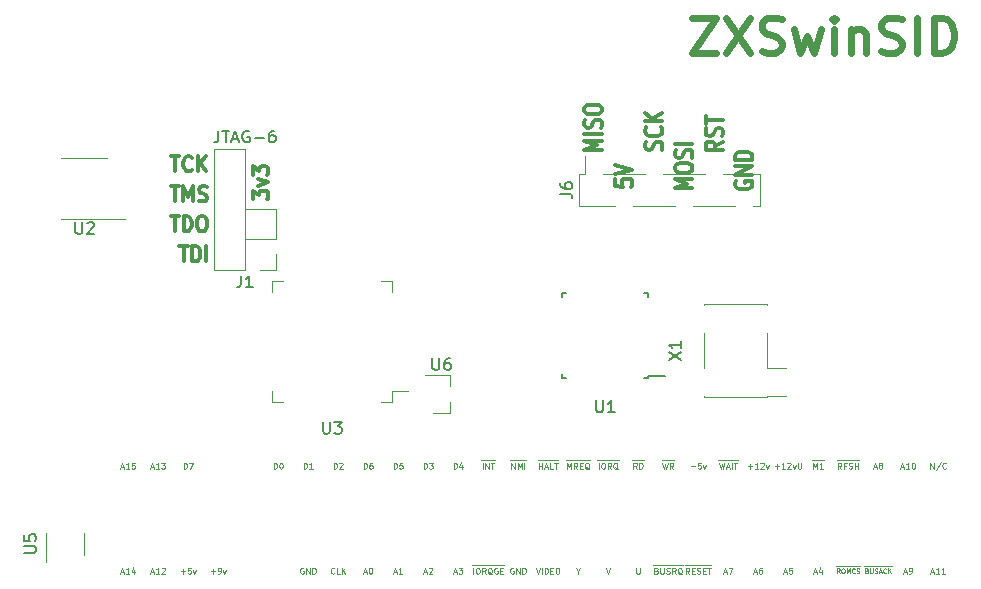
<source format=gbr>
%TF.GenerationSoftware,KiCad,Pcbnew,(5.1.9)-1*%
%TF.CreationDate,2021-06-11T01:10:32-04:00*%
%TF.ProjectId,ZXSwinSID,5a585377-696e-4534-9944-2e6b69636164,rev?*%
%TF.SameCoordinates,Original*%
%TF.FileFunction,Legend,Top*%
%TF.FilePolarity,Positive*%
%FSLAX46Y46*%
G04 Gerber Fmt 4.6, Leading zero omitted, Abs format (unit mm)*
G04 Created by KiCad (PCBNEW (5.1.9)-1) date 2021-06-11 01:10:32*
%MOMM*%
%LPD*%
G01*
G04 APERTURE LIST*
%ADD10C,0.300000*%
%ADD11C,0.600000*%
%ADD12C,0.150000*%
%ADD13C,0.120000*%
%ADD14C,0.125000*%
%ADD15C,0.100000*%
G04 APERTURE END LIST*
D10*
X79171095Y-95535571D02*
X79171095Y-94792714D01*
X79666333Y-95192714D01*
X79666333Y-95021285D01*
X79728238Y-94907000D01*
X79790142Y-94849857D01*
X79913952Y-94792714D01*
X80223476Y-94792714D01*
X80347285Y-94849857D01*
X80409190Y-94907000D01*
X80471095Y-95021285D01*
X80471095Y-95364142D01*
X80409190Y-95478428D01*
X80347285Y-95535571D01*
X79604428Y-94392714D02*
X80471095Y-94107000D01*
X79604428Y-93821285D01*
X79171095Y-93478428D02*
X79171095Y-92735571D01*
X79666333Y-93135571D01*
X79666333Y-92964142D01*
X79728238Y-92849857D01*
X79790142Y-92792714D01*
X79913952Y-92735571D01*
X80223476Y-92735571D01*
X80347285Y-92792714D01*
X80409190Y-92849857D01*
X80471095Y-92964142D01*
X80471095Y-93307000D01*
X80409190Y-93421285D01*
X80347285Y-93478428D01*
X72244142Y-91871095D02*
X72929857Y-91871095D01*
X72587000Y-93171095D02*
X72587000Y-91871095D01*
X74015571Y-93047285D02*
X73958428Y-93109190D01*
X73787000Y-93171095D01*
X73672714Y-93171095D01*
X73501285Y-93109190D01*
X73387000Y-92985380D01*
X73329857Y-92861571D01*
X73272714Y-92613952D01*
X73272714Y-92428238D01*
X73329857Y-92180619D01*
X73387000Y-92056809D01*
X73501285Y-91933000D01*
X73672714Y-91871095D01*
X73787000Y-91871095D01*
X73958428Y-91933000D01*
X74015571Y-91994904D01*
X74529857Y-93171095D02*
X74529857Y-91871095D01*
X75215571Y-93171095D02*
X74701285Y-92428238D01*
X75215571Y-91871095D02*
X74529857Y-92613952D01*
X72187000Y-94411095D02*
X72872714Y-94411095D01*
X72529857Y-95711095D02*
X72529857Y-94411095D01*
X73272714Y-95711095D02*
X73272714Y-94411095D01*
X73672714Y-95339666D01*
X74072714Y-94411095D01*
X74072714Y-95711095D01*
X74587000Y-95649190D02*
X74758428Y-95711095D01*
X75044142Y-95711095D01*
X75158428Y-95649190D01*
X75215571Y-95587285D01*
X75272714Y-95463476D01*
X75272714Y-95339666D01*
X75215571Y-95215857D01*
X75158428Y-95153952D01*
X75044142Y-95092047D01*
X74815571Y-95030142D01*
X74701285Y-94968238D01*
X74644142Y-94906333D01*
X74587000Y-94782523D01*
X74587000Y-94658714D01*
X74644142Y-94534904D01*
X74701285Y-94473000D01*
X74815571Y-94411095D01*
X75101285Y-94411095D01*
X75272714Y-94473000D01*
X72215571Y-96951095D02*
X72901285Y-96951095D01*
X72558428Y-98251095D02*
X72558428Y-96951095D01*
X73301285Y-98251095D02*
X73301285Y-96951095D01*
X73587000Y-96951095D01*
X73758428Y-97013000D01*
X73872714Y-97136809D01*
X73929857Y-97260619D01*
X73987000Y-97508238D01*
X73987000Y-97693952D01*
X73929857Y-97941571D01*
X73872714Y-98065380D01*
X73758428Y-98189190D01*
X73587000Y-98251095D01*
X73301285Y-98251095D01*
X74729857Y-96951095D02*
X74958428Y-96951095D01*
X75072714Y-97013000D01*
X75187000Y-97136809D01*
X75244142Y-97384428D01*
X75244142Y-97817761D01*
X75187000Y-98065380D01*
X75072714Y-98189190D01*
X74958428Y-98251095D01*
X74729857Y-98251095D01*
X74615571Y-98189190D01*
X74501285Y-98065380D01*
X74444142Y-97817761D01*
X74444142Y-97384428D01*
X74501285Y-97136809D01*
X74615571Y-97013000D01*
X74729857Y-96951095D01*
X72939428Y-99491095D02*
X73625142Y-99491095D01*
X73282285Y-100791095D02*
X73282285Y-99491095D01*
X74025142Y-100791095D02*
X74025142Y-99491095D01*
X74310857Y-99491095D01*
X74482285Y-99553000D01*
X74596571Y-99676809D01*
X74653714Y-99800619D01*
X74710857Y-100048238D01*
X74710857Y-100233952D01*
X74653714Y-100481571D01*
X74596571Y-100605380D01*
X74482285Y-100729190D01*
X74310857Y-100791095D01*
X74025142Y-100791095D01*
X75225142Y-100791095D02*
X75225142Y-99491095D01*
D11*
X116365142Y-80145142D02*
X118365142Y-80145142D01*
X116365142Y-83145142D01*
X118365142Y-83145142D01*
X119222285Y-80145142D02*
X121222285Y-83145142D01*
X121222285Y-80145142D02*
X119222285Y-83145142D01*
X122222285Y-83002285D02*
X122650857Y-83145142D01*
X123365142Y-83145142D01*
X123650857Y-83002285D01*
X123793714Y-82859428D01*
X123936571Y-82573714D01*
X123936571Y-82288000D01*
X123793714Y-82002285D01*
X123650857Y-81859428D01*
X123365142Y-81716571D01*
X122793714Y-81573714D01*
X122508000Y-81430857D01*
X122365142Y-81288000D01*
X122222285Y-81002285D01*
X122222285Y-80716571D01*
X122365142Y-80430857D01*
X122508000Y-80288000D01*
X122793714Y-80145142D01*
X123508000Y-80145142D01*
X123936571Y-80288000D01*
X124936571Y-81145142D02*
X125508000Y-83145142D01*
X126079428Y-81716571D01*
X126650857Y-83145142D01*
X127222285Y-81145142D01*
X128365142Y-83145142D02*
X128365142Y-81145142D01*
X128365142Y-80145142D02*
X128222285Y-80288000D01*
X128365142Y-80430857D01*
X128508000Y-80288000D01*
X128365142Y-80145142D01*
X128365142Y-80430857D01*
X129793714Y-81145142D02*
X129793714Y-83145142D01*
X129793714Y-81430857D02*
X129936571Y-81288000D01*
X130222285Y-81145142D01*
X130650857Y-81145142D01*
X130936571Y-81288000D01*
X131079428Y-81573714D01*
X131079428Y-83145142D01*
X132365142Y-83002285D02*
X132793714Y-83145142D01*
X133508000Y-83145142D01*
X133793714Y-83002285D01*
X133936571Y-82859428D01*
X134079428Y-82573714D01*
X134079428Y-82288000D01*
X133936571Y-82002285D01*
X133793714Y-81859428D01*
X133508000Y-81716571D01*
X132936571Y-81573714D01*
X132650857Y-81430857D01*
X132508000Y-81288000D01*
X132365142Y-81002285D01*
X132365142Y-80716571D01*
X132508000Y-80430857D01*
X132650857Y-80288000D01*
X132936571Y-80145142D01*
X133650857Y-80145142D01*
X134079428Y-80288000D01*
X135365142Y-83145142D02*
X135365142Y-80145142D01*
X136793714Y-83145142D02*
X136793714Y-80145142D01*
X137508000Y-80145142D01*
X137936571Y-80288000D01*
X138222285Y-80573714D01*
X138365142Y-80859428D01*
X138508000Y-81430857D01*
X138508000Y-81859428D01*
X138365142Y-82430857D01*
X138222285Y-82716571D01*
X137936571Y-83002285D01*
X137508000Y-83145142D01*
X136793714Y-83145142D01*
D10*
X120027000Y-94005285D02*
X119955571Y-94119571D01*
X119955571Y-94291000D01*
X120027000Y-94462428D01*
X120169857Y-94576714D01*
X120312714Y-94633857D01*
X120598428Y-94691000D01*
X120812714Y-94691000D01*
X121098428Y-94633857D01*
X121241285Y-94576714D01*
X121384142Y-94462428D01*
X121455571Y-94291000D01*
X121455571Y-94176714D01*
X121384142Y-94005285D01*
X121312714Y-93948142D01*
X120812714Y-93948142D01*
X120812714Y-94176714D01*
X121455571Y-93433857D02*
X119955571Y-93433857D01*
X121455571Y-92748142D01*
X119955571Y-92748142D01*
X121455571Y-92176714D02*
X119955571Y-92176714D01*
X119955571Y-91891000D01*
X120027000Y-91719571D01*
X120169857Y-91605285D01*
X120312714Y-91548142D01*
X120598428Y-91491000D01*
X120812714Y-91491000D01*
X121098428Y-91548142D01*
X121241285Y-91605285D01*
X121384142Y-91719571D01*
X121455571Y-91891000D01*
X121455571Y-92176714D01*
X109795571Y-93827571D02*
X109795571Y-94399000D01*
X110509857Y-94456142D01*
X110438428Y-94399000D01*
X110367000Y-94284714D01*
X110367000Y-93999000D01*
X110438428Y-93884714D01*
X110509857Y-93827571D01*
X110652714Y-93770428D01*
X111009857Y-93770428D01*
X111152714Y-93827571D01*
X111224142Y-93884714D01*
X111295571Y-93999000D01*
X111295571Y-94284714D01*
X111224142Y-94399000D01*
X111152714Y-94456142D01*
X109795571Y-93427571D02*
X111295571Y-93027571D01*
X109795571Y-92627571D01*
X116375571Y-94595714D02*
X114875571Y-94595714D01*
X115947000Y-94195714D01*
X114875571Y-93795714D01*
X116375571Y-93795714D01*
X114875571Y-92995714D02*
X114875571Y-92767142D01*
X114947000Y-92652857D01*
X115089857Y-92538571D01*
X115375571Y-92481428D01*
X115875571Y-92481428D01*
X116161285Y-92538571D01*
X116304142Y-92652857D01*
X116375571Y-92767142D01*
X116375571Y-92995714D01*
X116304142Y-93110000D01*
X116161285Y-93224285D01*
X115875571Y-93281428D01*
X115375571Y-93281428D01*
X115089857Y-93224285D01*
X114947000Y-93110000D01*
X114875571Y-92995714D01*
X116304142Y-92024285D02*
X116375571Y-91852857D01*
X116375571Y-91567142D01*
X116304142Y-91452857D01*
X116232714Y-91395714D01*
X116089857Y-91338571D01*
X115947000Y-91338571D01*
X115804142Y-91395714D01*
X115732714Y-91452857D01*
X115661285Y-91567142D01*
X115589857Y-91795714D01*
X115518428Y-91910000D01*
X115447000Y-91967142D01*
X115304142Y-92024285D01*
X115161285Y-92024285D01*
X115018428Y-91967142D01*
X114947000Y-91910000D01*
X114875571Y-91795714D01*
X114875571Y-91510000D01*
X114947000Y-91338571D01*
X116375571Y-90824285D02*
X114875571Y-90824285D01*
X118979071Y-90636642D02*
X118264785Y-91036642D01*
X118979071Y-91322357D02*
X117479071Y-91322357D01*
X117479071Y-90865214D01*
X117550500Y-90750928D01*
X117621928Y-90693785D01*
X117764785Y-90636642D01*
X117979071Y-90636642D01*
X118121928Y-90693785D01*
X118193357Y-90750928D01*
X118264785Y-90865214D01*
X118264785Y-91322357D01*
X118907642Y-90179500D02*
X118979071Y-90008071D01*
X118979071Y-89722357D01*
X118907642Y-89608071D01*
X118836214Y-89550928D01*
X118693357Y-89493785D01*
X118550500Y-89493785D01*
X118407642Y-89550928D01*
X118336214Y-89608071D01*
X118264785Y-89722357D01*
X118193357Y-89950928D01*
X118121928Y-90065214D01*
X118050500Y-90122357D01*
X117907642Y-90179500D01*
X117764785Y-90179500D01*
X117621928Y-90122357D01*
X117550500Y-90065214D01*
X117479071Y-89950928D01*
X117479071Y-89665214D01*
X117550500Y-89493785D01*
X117479071Y-89150928D02*
X117479071Y-88465214D01*
X118979071Y-88808071D02*
X117479071Y-88808071D01*
X113764142Y-91331857D02*
X113835571Y-91160428D01*
X113835571Y-90874714D01*
X113764142Y-90760428D01*
X113692714Y-90703285D01*
X113549857Y-90646142D01*
X113407000Y-90646142D01*
X113264142Y-90703285D01*
X113192714Y-90760428D01*
X113121285Y-90874714D01*
X113049857Y-91103285D01*
X112978428Y-91217571D01*
X112907000Y-91274714D01*
X112764142Y-91331857D01*
X112621285Y-91331857D01*
X112478428Y-91274714D01*
X112407000Y-91217571D01*
X112335571Y-91103285D01*
X112335571Y-90817571D01*
X112407000Y-90646142D01*
X113692714Y-89446142D02*
X113764142Y-89503285D01*
X113835571Y-89674714D01*
X113835571Y-89789000D01*
X113764142Y-89960428D01*
X113621285Y-90074714D01*
X113478428Y-90131857D01*
X113192714Y-90189000D01*
X112978428Y-90189000D01*
X112692714Y-90131857D01*
X112549857Y-90074714D01*
X112407000Y-89960428D01*
X112335571Y-89789000D01*
X112335571Y-89674714D01*
X112407000Y-89503285D01*
X112478428Y-89446142D01*
X113835571Y-88931857D02*
X112335571Y-88931857D01*
X113835571Y-88246142D02*
X112978428Y-88760428D01*
X112335571Y-88246142D02*
X113192714Y-88931857D01*
X108692071Y-91357214D02*
X107192071Y-91357214D01*
X108263500Y-90957214D01*
X107192071Y-90557214D01*
X108692071Y-90557214D01*
X108692071Y-89985785D02*
X107192071Y-89985785D01*
X108620642Y-89471500D02*
X108692071Y-89300071D01*
X108692071Y-89014357D01*
X108620642Y-88900071D01*
X108549214Y-88842928D01*
X108406357Y-88785785D01*
X108263500Y-88785785D01*
X108120642Y-88842928D01*
X108049214Y-88900071D01*
X107977785Y-89014357D01*
X107906357Y-89242928D01*
X107834928Y-89357214D01*
X107763500Y-89414357D01*
X107620642Y-89471500D01*
X107477785Y-89471500D01*
X107334928Y-89414357D01*
X107263500Y-89357214D01*
X107192071Y-89242928D01*
X107192071Y-88957214D01*
X107263500Y-88785785D01*
X107192071Y-88042928D02*
X107192071Y-87814357D01*
X107263500Y-87700071D01*
X107406357Y-87585785D01*
X107692071Y-87528642D01*
X108192071Y-87528642D01*
X108477785Y-87585785D01*
X108620642Y-87700071D01*
X108692071Y-87814357D01*
X108692071Y-88042928D01*
X108620642Y-88157214D01*
X108477785Y-88271500D01*
X108192071Y-88328642D01*
X107692071Y-88328642D01*
X107406357Y-88271500D01*
X107263500Y-88157214D01*
X107192071Y-88042928D01*
D12*
%TO.C,U1*%
X112591000Y-110686000D02*
X112591000Y-110461000D01*
X105341000Y-110686000D02*
X105341000Y-110361000D01*
X105341000Y-103436000D02*
X105341000Y-103761000D01*
X112591000Y-103436000D02*
X112591000Y-103761000D01*
X112591000Y-110686000D02*
X112266000Y-110686000D01*
X112591000Y-103436000D02*
X112266000Y-103436000D01*
X105341000Y-103436000D02*
X105666000Y-103436000D01*
X105341000Y-110686000D02*
X105666000Y-110686000D01*
X112591000Y-110461000D02*
X114016000Y-110461000D01*
D13*
%TO.C,U3*%
X81692000Y-102459000D02*
X80742000Y-102459000D01*
X80742000Y-102459000D02*
X80742000Y-103409000D01*
X90012000Y-102459000D02*
X90962000Y-102459000D01*
X90962000Y-102459000D02*
X90962000Y-103409000D01*
X81692000Y-112679000D02*
X80742000Y-112679000D01*
X80742000Y-112679000D02*
X80742000Y-111729000D01*
X90012000Y-112679000D02*
X90962000Y-112679000D01*
X90962000Y-112679000D02*
X90962000Y-111729000D01*
X90962000Y-111729000D02*
X92252000Y-111729000D01*
%TO.C,J1*%
X81086000Y-96333000D02*
X78486000Y-96333000D01*
X81086000Y-98933000D02*
X81086000Y-96333000D01*
X78486000Y-91253000D02*
X75886000Y-91253000D01*
X78486000Y-101533000D02*
X78486000Y-91253000D01*
X75886000Y-101533000D02*
X75886000Y-91253000D01*
X81086000Y-98933000D02*
X78486000Y-98933000D01*
X78486000Y-101533000D02*
X75886000Y-101533000D01*
X81086000Y-100203000D02*
X81086000Y-101533000D01*
X81086000Y-101533000D02*
X79756000Y-101533000D01*
%TO.C,J6*%
X116457000Y-96072000D02*
X120017000Y-96072000D01*
X111377000Y-96072000D02*
X114937000Y-96072000D01*
X121537000Y-96072000D02*
X122107000Y-96072000D01*
X106747000Y-93412000D02*
X107317000Y-93412000D01*
X107317000Y-93412000D02*
X107317000Y-91892000D01*
X106747000Y-96072000D02*
X109857000Y-96072000D01*
X118997000Y-93412000D02*
X122107000Y-93412000D01*
X113917000Y-93412000D02*
X117477000Y-93412000D01*
X108837000Y-93412000D02*
X112397000Y-93412000D01*
X122107000Y-96072000D02*
X122107000Y-93412000D01*
X106747000Y-96072000D02*
X106747000Y-93412000D01*
%TO.C,U2*%
X64897000Y-97175000D02*
X68347000Y-97175000D01*
X64897000Y-97175000D02*
X62947000Y-97175000D01*
X64897000Y-92055000D02*
X66847000Y-92055000D01*
X64897000Y-92055000D02*
X62947000Y-92055000D01*
%TO.C,U5*%
X61636000Y-123814000D02*
X61636000Y-126264000D01*
X64856000Y-125614000D02*
X64856000Y-123814000D01*
%TO.C,U6*%
X95883000Y-113594000D02*
X94423000Y-113594000D01*
X95883000Y-110434000D02*
X93723000Y-110434000D01*
X95883000Y-110434000D02*
X95883000Y-111364000D01*
X95883000Y-113594000D02*
X95883000Y-112664000D01*
%TO.C,X1*%
X122715000Y-109771000D02*
X124315000Y-109771000D01*
X122715000Y-106891000D02*
X122715000Y-109771000D01*
X117315000Y-112281000D02*
X117315000Y-112151000D01*
X122715000Y-112281000D02*
X117315000Y-112281000D01*
X122715000Y-112151000D02*
X122715000Y-112281000D01*
X124315000Y-112151000D02*
X122715000Y-112151000D01*
X117315000Y-109771000D02*
X117315000Y-106891000D01*
X122715000Y-104381000D02*
X122715000Y-104511000D01*
X117315000Y-104381000D02*
X122715000Y-104381000D01*
X117315000Y-104511000D02*
X117315000Y-104381000D01*
%TO.C,J2*%
D14*
X136505238Y-118336190D02*
X136505238Y-117836190D01*
X136790952Y-118336190D01*
X136790952Y-117836190D01*
X137386190Y-117812380D02*
X136957619Y-118455238D01*
X137838571Y-118288571D02*
X137814761Y-118312380D01*
X137743333Y-118336190D01*
X137695714Y-118336190D01*
X137624285Y-118312380D01*
X137576666Y-118264761D01*
X137552857Y-118217142D01*
X137529047Y-118121904D01*
X137529047Y-118050476D01*
X137552857Y-117955238D01*
X137576666Y-117907619D01*
X137624285Y-117860000D01*
X137695714Y-117836190D01*
X137743333Y-117836190D01*
X137814761Y-117860000D01*
X137838571Y-117883809D01*
X134024761Y-118193333D02*
X134262857Y-118193333D01*
X133977142Y-118336190D02*
X134143809Y-117836190D01*
X134310476Y-118336190D01*
X134739047Y-118336190D02*
X134453333Y-118336190D01*
X134596190Y-118336190D02*
X134596190Y-117836190D01*
X134548571Y-117907619D01*
X134500952Y-117955238D01*
X134453333Y-117979047D01*
X135048571Y-117836190D02*
X135096190Y-117836190D01*
X135143809Y-117860000D01*
X135167619Y-117883809D01*
X135191428Y-117931428D01*
X135215238Y-118026666D01*
X135215238Y-118145714D01*
X135191428Y-118240952D01*
X135167619Y-118288571D01*
X135143809Y-118312380D01*
X135096190Y-118336190D01*
X135048571Y-118336190D01*
X135000952Y-118312380D01*
X134977142Y-118288571D01*
X134953333Y-118240952D01*
X134929523Y-118145714D01*
X134929523Y-118026666D01*
X134953333Y-117931428D01*
X134977142Y-117883809D01*
X135000952Y-117860000D01*
X135048571Y-117836190D01*
X136564761Y-127083333D02*
X136802857Y-127083333D01*
X136517142Y-127226190D02*
X136683809Y-126726190D01*
X136850476Y-127226190D01*
X137279047Y-127226190D02*
X136993333Y-127226190D01*
X137136190Y-127226190D02*
X137136190Y-126726190D01*
X137088571Y-126797619D01*
X137040952Y-126845238D01*
X136993333Y-126869047D01*
X137755238Y-127226190D02*
X137469523Y-127226190D01*
X137612380Y-127226190D02*
X137612380Y-126726190D01*
X137564761Y-126797619D01*
X137517142Y-126845238D01*
X137469523Y-126869047D01*
X134262857Y-127083333D02*
X134500952Y-127083333D01*
X134215238Y-127226190D02*
X134381904Y-126726190D01*
X134548571Y-127226190D01*
X134739047Y-127226190D02*
X134834285Y-127226190D01*
X134881904Y-127202380D01*
X134905714Y-127178571D01*
X134953333Y-127107142D01*
X134977142Y-127011904D01*
X134977142Y-126821428D01*
X134953333Y-126773809D01*
X134929523Y-126750000D01*
X134881904Y-126726190D01*
X134786666Y-126726190D01*
X134739047Y-126750000D01*
X134715238Y-126773809D01*
X134691428Y-126821428D01*
X134691428Y-126940476D01*
X134715238Y-126988095D01*
X134739047Y-127011904D01*
X134786666Y-127035714D01*
X134881904Y-127035714D01*
X134929523Y-127011904D01*
X134953333Y-126988095D01*
X134977142Y-126940476D01*
X131722857Y-118193333D02*
X131960952Y-118193333D01*
X131675238Y-118336190D02*
X131841904Y-117836190D01*
X132008571Y-118336190D01*
X132246666Y-118050476D02*
X132199047Y-118026666D01*
X132175238Y-118002857D01*
X132151428Y-117955238D01*
X132151428Y-117931428D01*
X132175238Y-117883809D01*
X132199047Y-117860000D01*
X132246666Y-117836190D01*
X132341904Y-117836190D01*
X132389523Y-117860000D01*
X132413333Y-117883809D01*
X132437142Y-117931428D01*
X132437142Y-117955238D01*
X132413333Y-118002857D01*
X132389523Y-118026666D01*
X132341904Y-118050476D01*
X132246666Y-118050476D01*
X132199047Y-118074285D01*
X132175238Y-118098095D01*
X132151428Y-118145714D01*
X132151428Y-118240952D01*
X132175238Y-118288571D01*
X132199047Y-118312380D01*
X132246666Y-118336190D01*
X132341904Y-118336190D01*
X132389523Y-118312380D01*
X132413333Y-118288571D01*
X132437142Y-118240952D01*
X132437142Y-118145714D01*
X132413333Y-118098095D01*
X132389523Y-118074285D01*
X132341904Y-118050476D01*
X128575714Y-117587500D02*
X129075714Y-117587500D01*
X128980476Y-118336190D02*
X128813809Y-118098095D01*
X128694761Y-118336190D02*
X128694761Y-117836190D01*
X128885238Y-117836190D01*
X128932857Y-117860000D01*
X128956666Y-117883809D01*
X128980476Y-117931428D01*
X128980476Y-118002857D01*
X128956666Y-118050476D01*
X128932857Y-118074285D01*
X128885238Y-118098095D01*
X128694761Y-118098095D01*
X129075714Y-117587500D02*
X129504285Y-117587500D01*
X129361428Y-118074285D02*
X129194761Y-118074285D01*
X129194761Y-118336190D02*
X129194761Y-117836190D01*
X129432857Y-117836190D01*
X129504285Y-117587500D02*
X129980476Y-117587500D01*
X129599523Y-118312380D02*
X129670952Y-118336190D01*
X129790000Y-118336190D01*
X129837619Y-118312380D01*
X129861428Y-118288571D01*
X129885238Y-118240952D01*
X129885238Y-118193333D01*
X129861428Y-118145714D01*
X129837619Y-118121904D01*
X129790000Y-118098095D01*
X129694761Y-118074285D01*
X129647142Y-118050476D01*
X129623333Y-118026666D01*
X129599523Y-117979047D01*
X129599523Y-117931428D01*
X129623333Y-117883809D01*
X129647142Y-117860000D01*
X129694761Y-117836190D01*
X129813809Y-117836190D01*
X129885238Y-117860000D01*
X129980476Y-117587500D02*
X130504285Y-117587500D01*
X130099523Y-118336190D02*
X130099523Y-117836190D01*
X130099523Y-118074285D02*
X130385238Y-118074285D01*
X130385238Y-118336190D02*
X130385238Y-117836190D01*
X126476190Y-117587500D02*
X127047619Y-117587500D01*
X126595238Y-118336190D02*
X126595238Y-117836190D01*
X126761904Y-118193333D01*
X126928571Y-117836190D01*
X126928571Y-118336190D01*
X127047619Y-117587500D02*
X127523809Y-117587500D01*
X127428571Y-118336190D02*
X127142857Y-118336190D01*
X127285714Y-118336190D02*
X127285714Y-117836190D01*
X127238095Y-117907619D01*
X127190476Y-117955238D01*
X127142857Y-117979047D01*
X123340952Y-118145714D02*
X123721904Y-118145714D01*
X123531428Y-118336190D02*
X123531428Y-117955238D01*
X124221904Y-118336190D02*
X123936190Y-118336190D01*
X124079047Y-118336190D02*
X124079047Y-117836190D01*
X124031428Y-117907619D01*
X123983809Y-117955238D01*
X123936190Y-117979047D01*
X124412380Y-117883809D02*
X124436190Y-117860000D01*
X124483809Y-117836190D01*
X124602857Y-117836190D01*
X124650476Y-117860000D01*
X124674285Y-117883809D01*
X124698095Y-117931428D01*
X124698095Y-117979047D01*
X124674285Y-118050476D01*
X124388571Y-118336190D01*
X124698095Y-118336190D01*
X124864761Y-118002857D02*
X124983809Y-118336190D01*
X125102857Y-118002857D01*
X125293333Y-117836190D02*
X125293333Y-118240952D01*
X125317142Y-118288571D01*
X125340952Y-118312380D01*
X125388571Y-118336190D01*
X125483809Y-118336190D01*
X125531428Y-118312380D01*
X125555238Y-118288571D01*
X125579047Y-118240952D01*
X125579047Y-117836190D01*
D15*
X130908571Y-126582000D02*
X131308571Y-126582000D01*
X131137142Y-126971428D02*
X131194285Y-126990476D01*
X131213333Y-127009523D01*
X131232380Y-127047619D01*
X131232380Y-127104761D01*
X131213333Y-127142857D01*
X131194285Y-127161904D01*
X131156190Y-127180952D01*
X131003809Y-127180952D01*
X131003809Y-126780952D01*
X131137142Y-126780952D01*
X131175238Y-126800000D01*
X131194285Y-126819047D01*
X131213333Y-126857142D01*
X131213333Y-126895238D01*
X131194285Y-126933333D01*
X131175238Y-126952380D01*
X131137142Y-126971428D01*
X131003809Y-126971428D01*
X131308571Y-126582000D02*
X131727619Y-126582000D01*
X131403809Y-126780952D02*
X131403809Y-127104761D01*
X131422857Y-127142857D01*
X131441904Y-127161904D01*
X131480000Y-127180952D01*
X131556190Y-127180952D01*
X131594285Y-127161904D01*
X131613333Y-127142857D01*
X131632380Y-127104761D01*
X131632380Y-126780952D01*
X131727619Y-126582000D02*
X132108571Y-126582000D01*
X131803809Y-127161904D02*
X131860952Y-127180952D01*
X131956190Y-127180952D01*
X131994285Y-127161904D01*
X132013333Y-127142857D01*
X132032380Y-127104761D01*
X132032380Y-127066666D01*
X132013333Y-127028571D01*
X131994285Y-127009523D01*
X131956190Y-126990476D01*
X131880000Y-126971428D01*
X131841904Y-126952380D01*
X131822857Y-126933333D01*
X131803809Y-126895238D01*
X131803809Y-126857142D01*
X131822857Y-126819047D01*
X131841904Y-126800000D01*
X131880000Y-126780952D01*
X131975238Y-126780952D01*
X132032380Y-126800000D01*
X132108571Y-126582000D02*
X132451428Y-126582000D01*
X132184761Y-127066666D02*
X132375238Y-127066666D01*
X132146666Y-127180952D02*
X132280000Y-126780952D01*
X132413333Y-127180952D01*
X132451428Y-126582000D02*
X132851428Y-126582000D01*
X132775238Y-127142857D02*
X132756190Y-127161904D01*
X132699047Y-127180952D01*
X132660952Y-127180952D01*
X132603809Y-127161904D01*
X132565714Y-127123809D01*
X132546666Y-127085714D01*
X132527619Y-127009523D01*
X132527619Y-126952380D01*
X132546666Y-126876190D01*
X132565714Y-126838095D01*
X132603809Y-126800000D01*
X132660952Y-126780952D01*
X132699047Y-126780952D01*
X132756190Y-126800000D01*
X132775238Y-126819047D01*
X132851428Y-126582000D02*
X133251428Y-126582000D01*
X132946666Y-127180952D02*
X132946666Y-126780952D01*
X133175238Y-127180952D02*
X133003809Y-126952380D01*
X133175238Y-126780952D02*
X132946666Y-127009523D01*
X128511428Y-126582000D02*
X128911428Y-126582000D01*
X128835238Y-127180952D02*
X128701904Y-126990476D01*
X128606666Y-127180952D02*
X128606666Y-126780952D01*
X128759047Y-126780952D01*
X128797142Y-126800000D01*
X128816190Y-126819047D01*
X128835238Y-126857142D01*
X128835238Y-126914285D01*
X128816190Y-126952380D01*
X128797142Y-126971428D01*
X128759047Y-126990476D01*
X128606666Y-126990476D01*
X128911428Y-126582000D02*
X129330476Y-126582000D01*
X129082857Y-126780952D02*
X129159047Y-126780952D01*
X129197142Y-126800000D01*
X129235238Y-126838095D01*
X129254285Y-126914285D01*
X129254285Y-127047619D01*
X129235238Y-127123809D01*
X129197142Y-127161904D01*
X129159047Y-127180952D01*
X129082857Y-127180952D01*
X129044761Y-127161904D01*
X129006666Y-127123809D01*
X128987619Y-127047619D01*
X128987619Y-126914285D01*
X129006666Y-126838095D01*
X129044761Y-126800000D01*
X129082857Y-126780952D01*
X129330476Y-126582000D02*
X129787619Y-126582000D01*
X129425714Y-127180952D02*
X129425714Y-126780952D01*
X129559047Y-127066666D01*
X129692380Y-126780952D01*
X129692380Y-127180952D01*
X129787619Y-126582000D02*
X130187619Y-126582000D01*
X130111428Y-127142857D02*
X130092380Y-127161904D01*
X130035238Y-127180952D01*
X129997142Y-127180952D01*
X129940000Y-127161904D01*
X129901904Y-127123809D01*
X129882857Y-127085714D01*
X129863809Y-127009523D01*
X129863809Y-126952380D01*
X129882857Y-126876190D01*
X129901904Y-126838095D01*
X129940000Y-126800000D01*
X129997142Y-126780952D01*
X130035238Y-126780952D01*
X130092380Y-126800000D01*
X130111428Y-126819047D01*
X130187619Y-126582000D02*
X130568571Y-126582000D01*
X130263809Y-127161904D02*
X130320952Y-127180952D01*
X130416190Y-127180952D01*
X130454285Y-127161904D01*
X130473333Y-127142857D01*
X130492380Y-127104761D01*
X130492380Y-127066666D01*
X130473333Y-127028571D01*
X130454285Y-127009523D01*
X130416190Y-126990476D01*
X130340000Y-126971428D01*
X130301904Y-126952380D01*
X130282857Y-126933333D01*
X130263809Y-126895238D01*
X130263809Y-126857142D01*
X130282857Y-126819047D01*
X130301904Y-126800000D01*
X130340000Y-126780952D01*
X130435238Y-126780952D01*
X130492380Y-126800000D01*
D14*
X126642857Y-127083333D02*
X126880952Y-127083333D01*
X126595238Y-127226190D02*
X126761904Y-126726190D01*
X126928571Y-127226190D01*
X127309523Y-126892857D02*
X127309523Y-127226190D01*
X127190476Y-126702380D02*
X127071428Y-127059523D01*
X127380952Y-127059523D01*
X124102857Y-127083333D02*
X124340952Y-127083333D01*
X124055238Y-127226190D02*
X124221904Y-126726190D01*
X124388571Y-127226190D01*
X124793333Y-126726190D02*
X124555238Y-126726190D01*
X124531428Y-126964285D01*
X124555238Y-126940476D01*
X124602857Y-126916666D01*
X124721904Y-126916666D01*
X124769523Y-126940476D01*
X124793333Y-126964285D01*
X124817142Y-127011904D01*
X124817142Y-127130952D01*
X124793333Y-127178571D01*
X124769523Y-127202380D01*
X124721904Y-127226190D01*
X124602857Y-127226190D01*
X124555238Y-127202380D01*
X124531428Y-127178571D01*
X121062857Y-118145714D02*
X121443809Y-118145714D01*
X121253333Y-118336190D02*
X121253333Y-117955238D01*
X121943809Y-118336190D02*
X121658095Y-118336190D01*
X121800952Y-118336190D02*
X121800952Y-117836190D01*
X121753333Y-117907619D01*
X121705714Y-117955238D01*
X121658095Y-117979047D01*
X122134285Y-117883809D02*
X122158095Y-117860000D01*
X122205714Y-117836190D01*
X122324761Y-117836190D01*
X122372380Y-117860000D01*
X122396190Y-117883809D01*
X122420000Y-117931428D01*
X122420000Y-117979047D01*
X122396190Y-118050476D01*
X122110476Y-118336190D01*
X122420000Y-118336190D01*
X122586666Y-118002857D02*
X122705714Y-118336190D01*
X122824761Y-118002857D01*
X118570476Y-117587500D02*
X119141904Y-117587500D01*
X118641904Y-117836190D02*
X118760952Y-118336190D01*
X118856190Y-117979047D01*
X118951428Y-118336190D01*
X119070476Y-117836190D01*
X119141904Y-117587500D02*
X119570476Y-117587500D01*
X119237142Y-118193333D02*
X119475238Y-118193333D01*
X119189523Y-118336190D02*
X119356190Y-117836190D01*
X119522857Y-118336190D01*
X119570476Y-117587500D02*
X119808571Y-117587500D01*
X119689523Y-118336190D02*
X119689523Y-117836190D01*
X119808571Y-117587500D02*
X120189523Y-117587500D01*
X119856190Y-117836190D02*
X120141904Y-117836190D01*
X119999047Y-118336190D02*
X119999047Y-117836190D01*
X116220952Y-118145714D02*
X116601904Y-118145714D01*
X117078095Y-117836190D02*
X116840000Y-117836190D01*
X116816190Y-118074285D01*
X116840000Y-118050476D01*
X116887619Y-118026666D01*
X117006666Y-118026666D01*
X117054285Y-118050476D01*
X117078095Y-118074285D01*
X117101904Y-118121904D01*
X117101904Y-118240952D01*
X117078095Y-118288571D01*
X117054285Y-118312380D01*
X117006666Y-118336190D01*
X116887619Y-118336190D01*
X116840000Y-118312380D01*
X116816190Y-118288571D01*
X117268571Y-118002857D02*
X117387619Y-118336190D01*
X117506666Y-118002857D01*
X113764285Y-117587500D02*
X114335714Y-117587500D01*
X113835714Y-117836190D02*
X113954761Y-118336190D01*
X114050000Y-117979047D01*
X114145238Y-118336190D01*
X114264285Y-117836190D01*
X114335714Y-117587500D02*
X114835714Y-117587500D01*
X114740476Y-118336190D02*
X114573809Y-118098095D01*
X114454761Y-118336190D02*
X114454761Y-117836190D01*
X114645238Y-117836190D01*
X114692857Y-117860000D01*
X114716666Y-117883809D01*
X114740476Y-117931428D01*
X114740476Y-118002857D01*
X114716666Y-118050476D01*
X114692857Y-118074285D01*
X114645238Y-118098095D01*
X114454761Y-118098095D01*
X121562857Y-127083333D02*
X121800952Y-127083333D01*
X121515238Y-127226190D02*
X121681904Y-126726190D01*
X121848571Y-127226190D01*
X122229523Y-126726190D02*
X122134285Y-126726190D01*
X122086666Y-126750000D01*
X122062857Y-126773809D01*
X122015238Y-126845238D01*
X121991428Y-126940476D01*
X121991428Y-127130952D01*
X122015238Y-127178571D01*
X122039047Y-127202380D01*
X122086666Y-127226190D01*
X122181904Y-127226190D01*
X122229523Y-127202380D01*
X122253333Y-127178571D01*
X122277142Y-127130952D01*
X122277142Y-127011904D01*
X122253333Y-126964285D01*
X122229523Y-126940476D01*
X122181904Y-126916666D01*
X122086666Y-126916666D01*
X122039047Y-126940476D01*
X122015238Y-126964285D01*
X121991428Y-127011904D01*
X119022857Y-127083333D02*
X119260952Y-127083333D01*
X118975238Y-127226190D02*
X119141904Y-126726190D01*
X119308571Y-127226190D01*
X119427619Y-126726190D02*
X119760952Y-126726190D01*
X119546666Y-127226190D01*
X115709047Y-126477500D02*
X116209047Y-126477500D01*
X116113809Y-127226190D02*
X115947142Y-126988095D01*
X115828095Y-127226190D02*
X115828095Y-126726190D01*
X116018571Y-126726190D01*
X116066190Y-126750000D01*
X116090000Y-126773809D01*
X116113809Y-126821428D01*
X116113809Y-126892857D01*
X116090000Y-126940476D01*
X116066190Y-126964285D01*
X116018571Y-126988095D01*
X115828095Y-126988095D01*
X116209047Y-126477500D02*
X116661428Y-126477500D01*
X116328095Y-126964285D02*
X116494761Y-126964285D01*
X116566190Y-127226190D02*
X116328095Y-127226190D01*
X116328095Y-126726190D01*
X116566190Y-126726190D01*
X116661428Y-126477500D02*
X117137619Y-126477500D01*
X116756666Y-127202380D02*
X116828095Y-127226190D01*
X116947142Y-127226190D01*
X116994761Y-127202380D01*
X117018571Y-127178571D01*
X117042380Y-127130952D01*
X117042380Y-127083333D01*
X117018571Y-127035714D01*
X116994761Y-127011904D01*
X116947142Y-126988095D01*
X116851904Y-126964285D01*
X116804285Y-126940476D01*
X116780476Y-126916666D01*
X116756666Y-126869047D01*
X116756666Y-126821428D01*
X116780476Y-126773809D01*
X116804285Y-126750000D01*
X116851904Y-126726190D01*
X116970952Y-126726190D01*
X117042380Y-126750000D01*
X117137619Y-126477500D02*
X117590000Y-126477500D01*
X117256666Y-126964285D02*
X117423333Y-126964285D01*
X117494761Y-127226190D02*
X117256666Y-127226190D01*
X117256666Y-126726190D01*
X117494761Y-126726190D01*
X117590000Y-126477500D02*
X117970952Y-126477500D01*
X117637619Y-126726190D02*
X117923333Y-126726190D01*
X117780476Y-127226190D02*
X117780476Y-126726190D01*
X113038095Y-126477500D02*
X113538095Y-126477500D01*
X113323809Y-126964285D02*
X113395238Y-126988095D01*
X113419047Y-127011904D01*
X113442857Y-127059523D01*
X113442857Y-127130952D01*
X113419047Y-127178571D01*
X113395238Y-127202380D01*
X113347619Y-127226190D01*
X113157142Y-127226190D01*
X113157142Y-126726190D01*
X113323809Y-126726190D01*
X113371428Y-126750000D01*
X113395238Y-126773809D01*
X113419047Y-126821428D01*
X113419047Y-126869047D01*
X113395238Y-126916666D01*
X113371428Y-126940476D01*
X113323809Y-126964285D01*
X113157142Y-126964285D01*
X113538095Y-126477500D02*
X114061904Y-126477500D01*
X113657142Y-126726190D02*
X113657142Y-127130952D01*
X113680952Y-127178571D01*
X113704761Y-127202380D01*
X113752380Y-127226190D01*
X113847619Y-127226190D01*
X113895238Y-127202380D01*
X113919047Y-127178571D01*
X113942857Y-127130952D01*
X113942857Y-126726190D01*
X114061904Y-126477500D02*
X114538095Y-126477500D01*
X114157142Y-127202380D02*
X114228571Y-127226190D01*
X114347619Y-127226190D01*
X114395238Y-127202380D01*
X114419047Y-127178571D01*
X114442857Y-127130952D01*
X114442857Y-127083333D01*
X114419047Y-127035714D01*
X114395238Y-127011904D01*
X114347619Y-126988095D01*
X114252380Y-126964285D01*
X114204761Y-126940476D01*
X114180952Y-126916666D01*
X114157142Y-126869047D01*
X114157142Y-126821428D01*
X114180952Y-126773809D01*
X114204761Y-126750000D01*
X114252380Y-126726190D01*
X114371428Y-126726190D01*
X114442857Y-126750000D01*
X114538095Y-126477500D02*
X115038095Y-126477500D01*
X114942857Y-127226190D02*
X114776190Y-126988095D01*
X114657142Y-127226190D02*
X114657142Y-126726190D01*
X114847619Y-126726190D01*
X114895238Y-126750000D01*
X114919047Y-126773809D01*
X114942857Y-126821428D01*
X114942857Y-126892857D01*
X114919047Y-126940476D01*
X114895238Y-126964285D01*
X114847619Y-126988095D01*
X114657142Y-126988095D01*
X115038095Y-126477500D02*
X115561904Y-126477500D01*
X115490476Y-127273809D02*
X115442857Y-127250000D01*
X115395238Y-127202380D01*
X115323809Y-127130952D01*
X115276190Y-127107142D01*
X115228571Y-127107142D01*
X115252380Y-127226190D02*
X115204761Y-127202380D01*
X115157142Y-127154761D01*
X115133333Y-127059523D01*
X115133333Y-126892857D01*
X115157142Y-126797619D01*
X115204761Y-126750000D01*
X115252380Y-126726190D01*
X115347619Y-126726190D01*
X115395238Y-126750000D01*
X115442857Y-126797619D01*
X115466666Y-126892857D01*
X115466666Y-127059523D01*
X115442857Y-127154761D01*
X115395238Y-127202380D01*
X115347619Y-127226190D01*
X115252380Y-127226190D01*
X111260000Y-117587500D02*
X111760000Y-117587500D01*
X111664761Y-118336190D02*
X111498095Y-118098095D01*
X111379047Y-118336190D02*
X111379047Y-117836190D01*
X111569523Y-117836190D01*
X111617142Y-117860000D01*
X111640952Y-117883809D01*
X111664761Y-117931428D01*
X111664761Y-118002857D01*
X111640952Y-118050476D01*
X111617142Y-118074285D01*
X111569523Y-118098095D01*
X111379047Y-118098095D01*
X111760000Y-117587500D02*
X112260000Y-117587500D01*
X111879047Y-118336190D02*
X111879047Y-117836190D01*
X111998095Y-117836190D01*
X112069523Y-117860000D01*
X112117142Y-117907619D01*
X112140952Y-117955238D01*
X112164761Y-118050476D01*
X112164761Y-118121904D01*
X112140952Y-118217142D01*
X112117142Y-118264761D01*
X112069523Y-118312380D01*
X111998095Y-118336190D01*
X111879047Y-118336190D01*
X108327142Y-117587500D02*
X108565238Y-117587500D01*
X108446190Y-118336190D02*
X108446190Y-117836190D01*
X108565238Y-117587500D02*
X109089047Y-117587500D01*
X108779523Y-117836190D02*
X108874761Y-117836190D01*
X108922380Y-117860000D01*
X108970000Y-117907619D01*
X108993809Y-118002857D01*
X108993809Y-118169523D01*
X108970000Y-118264761D01*
X108922380Y-118312380D01*
X108874761Y-118336190D01*
X108779523Y-118336190D01*
X108731904Y-118312380D01*
X108684285Y-118264761D01*
X108660476Y-118169523D01*
X108660476Y-118002857D01*
X108684285Y-117907619D01*
X108731904Y-117860000D01*
X108779523Y-117836190D01*
X109089047Y-117587500D02*
X109589047Y-117587500D01*
X109493809Y-118336190D02*
X109327142Y-118098095D01*
X109208095Y-118336190D02*
X109208095Y-117836190D01*
X109398571Y-117836190D01*
X109446190Y-117860000D01*
X109470000Y-117883809D01*
X109493809Y-117931428D01*
X109493809Y-118002857D01*
X109470000Y-118050476D01*
X109446190Y-118074285D01*
X109398571Y-118098095D01*
X109208095Y-118098095D01*
X109589047Y-117587500D02*
X110112857Y-117587500D01*
X110041428Y-118383809D02*
X109993809Y-118360000D01*
X109946190Y-118312380D01*
X109874761Y-118240952D01*
X109827142Y-118217142D01*
X109779523Y-118217142D01*
X109803333Y-118336190D02*
X109755714Y-118312380D01*
X109708095Y-118264761D01*
X109684285Y-118169523D01*
X109684285Y-118002857D01*
X109708095Y-117907619D01*
X109755714Y-117860000D01*
X109803333Y-117836190D01*
X109898571Y-117836190D01*
X109946190Y-117860000D01*
X109993809Y-117907619D01*
X110017619Y-118002857D01*
X110017619Y-118169523D01*
X109993809Y-118264761D01*
X109946190Y-118312380D01*
X109898571Y-118336190D01*
X109803333Y-118336190D01*
X105656190Y-117587500D02*
X106227619Y-117587500D01*
X105775238Y-118336190D02*
X105775238Y-117836190D01*
X105941904Y-118193333D01*
X106108571Y-117836190D01*
X106108571Y-118336190D01*
X106227619Y-117587500D02*
X106727619Y-117587500D01*
X106632380Y-118336190D02*
X106465714Y-118098095D01*
X106346666Y-118336190D02*
X106346666Y-117836190D01*
X106537142Y-117836190D01*
X106584761Y-117860000D01*
X106608571Y-117883809D01*
X106632380Y-117931428D01*
X106632380Y-118002857D01*
X106608571Y-118050476D01*
X106584761Y-118074285D01*
X106537142Y-118098095D01*
X106346666Y-118098095D01*
X106727619Y-117587500D02*
X107180000Y-117587500D01*
X106846666Y-118074285D02*
X107013333Y-118074285D01*
X107084761Y-118336190D02*
X106846666Y-118336190D01*
X106846666Y-117836190D01*
X107084761Y-117836190D01*
X107180000Y-117587500D02*
X107703809Y-117587500D01*
X107632380Y-118383809D02*
X107584761Y-118360000D01*
X107537142Y-118312380D01*
X107465714Y-118240952D01*
X107418095Y-118217142D01*
X107370476Y-118217142D01*
X107394285Y-118336190D02*
X107346666Y-118312380D01*
X107299047Y-118264761D01*
X107275238Y-118169523D01*
X107275238Y-118002857D01*
X107299047Y-117907619D01*
X107346666Y-117860000D01*
X107394285Y-117836190D01*
X107489523Y-117836190D01*
X107537142Y-117860000D01*
X107584761Y-117907619D01*
X107608571Y-118002857D01*
X107608571Y-118169523D01*
X107584761Y-118264761D01*
X107537142Y-118312380D01*
X107489523Y-118336190D01*
X107394285Y-118336190D01*
X103270952Y-117587500D02*
X103794761Y-117587500D01*
X103390000Y-118336190D02*
X103390000Y-117836190D01*
X103390000Y-118074285D02*
X103675714Y-118074285D01*
X103675714Y-118336190D02*
X103675714Y-117836190D01*
X103794761Y-117587500D02*
X104223333Y-117587500D01*
X103890000Y-118193333D02*
X104128095Y-118193333D01*
X103842380Y-118336190D02*
X104009047Y-117836190D01*
X104175714Y-118336190D01*
X104223333Y-117587500D02*
X104628095Y-117587500D01*
X104580476Y-118336190D02*
X104342380Y-118336190D01*
X104342380Y-117836190D01*
X104628095Y-117587500D02*
X105009047Y-117587500D01*
X104675714Y-117836190D02*
X104961428Y-117836190D01*
X104818571Y-118336190D02*
X104818571Y-117836190D01*
X111617142Y-126726190D02*
X111617142Y-127130952D01*
X111640952Y-127178571D01*
X111664761Y-127202380D01*
X111712380Y-127226190D01*
X111807619Y-127226190D01*
X111855238Y-127202380D01*
X111879047Y-127178571D01*
X111902857Y-127130952D01*
X111902857Y-126726190D01*
X109053333Y-126726190D02*
X109220000Y-127226190D01*
X109386666Y-126726190D01*
X106680000Y-126988095D02*
X106680000Y-127226190D01*
X106513333Y-126726190D02*
X106680000Y-126988095D01*
X106846666Y-126726190D01*
X103116190Y-126726190D02*
X103282857Y-127226190D01*
X103449523Y-126726190D01*
X103616190Y-127226190D02*
X103616190Y-126726190D01*
X103854285Y-127226190D02*
X103854285Y-126726190D01*
X103973333Y-126726190D01*
X104044761Y-126750000D01*
X104092380Y-126797619D01*
X104116190Y-126845238D01*
X104140000Y-126940476D01*
X104140000Y-127011904D01*
X104116190Y-127107142D01*
X104092380Y-127154761D01*
X104044761Y-127202380D01*
X103973333Y-127226190D01*
X103854285Y-127226190D01*
X104354285Y-126964285D02*
X104520952Y-126964285D01*
X104592380Y-127226190D02*
X104354285Y-127226190D01*
X104354285Y-126726190D01*
X104592380Y-126726190D01*
X104901904Y-126726190D02*
X104997142Y-126726190D01*
X105044761Y-126750000D01*
X105092380Y-126797619D01*
X105116190Y-126892857D01*
X105116190Y-127059523D01*
X105092380Y-127154761D01*
X105044761Y-127202380D01*
X104997142Y-127226190D01*
X104901904Y-127226190D01*
X104854285Y-127202380D01*
X104806666Y-127154761D01*
X104782857Y-127059523D01*
X104782857Y-126892857D01*
X104806666Y-126797619D01*
X104854285Y-126750000D01*
X104901904Y-126726190D01*
X101219047Y-126750000D02*
X101171428Y-126726190D01*
X101100000Y-126726190D01*
X101028571Y-126750000D01*
X100980952Y-126797619D01*
X100957142Y-126845238D01*
X100933333Y-126940476D01*
X100933333Y-127011904D01*
X100957142Y-127107142D01*
X100980952Y-127154761D01*
X101028571Y-127202380D01*
X101100000Y-127226190D01*
X101147619Y-127226190D01*
X101219047Y-127202380D01*
X101242857Y-127178571D01*
X101242857Y-127011904D01*
X101147619Y-127011904D01*
X101457142Y-127226190D02*
X101457142Y-126726190D01*
X101742857Y-127226190D01*
X101742857Y-126726190D01*
X101980952Y-127226190D02*
X101980952Y-126726190D01*
X102100000Y-126726190D01*
X102171428Y-126750000D01*
X102219047Y-126797619D01*
X102242857Y-126845238D01*
X102266666Y-126940476D01*
X102266666Y-127011904D01*
X102242857Y-127107142D01*
X102219047Y-127154761D01*
X102171428Y-127202380D01*
X102100000Y-127226190D01*
X101980952Y-127226190D01*
X97690952Y-126477500D02*
X97929047Y-126477500D01*
X97810000Y-127226190D02*
X97810000Y-126726190D01*
X97929047Y-126477500D02*
X98452857Y-126477500D01*
X98143333Y-126726190D02*
X98238571Y-126726190D01*
X98286190Y-126750000D01*
X98333809Y-126797619D01*
X98357619Y-126892857D01*
X98357619Y-127059523D01*
X98333809Y-127154761D01*
X98286190Y-127202380D01*
X98238571Y-127226190D01*
X98143333Y-127226190D01*
X98095714Y-127202380D01*
X98048095Y-127154761D01*
X98024285Y-127059523D01*
X98024285Y-126892857D01*
X98048095Y-126797619D01*
X98095714Y-126750000D01*
X98143333Y-126726190D01*
X98452857Y-126477500D02*
X98952857Y-126477500D01*
X98857619Y-127226190D02*
X98690952Y-126988095D01*
X98571904Y-127226190D02*
X98571904Y-126726190D01*
X98762380Y-126726190D01*
X98810000Y-126750000D01*
X98833809Y-126773809D01*
X98857619Y-126821428D01*
X98857619Y-126892857D01*
X98833809Y-126940476D01*
X98810000Y-126964285D01*
X98762380Y-126988095D01*
X98571904Y-126988095D01*
X98952857Y-126477500D02*
X99476666Y-126477500D01*
X99405238Y-127273809D02*
X99357619Y-127250000D01*
X99310000Y-127202380D01*
X99238571Y-127130952D01*
X99190952Y-127107142D01*
X99143333Y-127107142D01*
X99167142Y-127226190D02*
X99119523Y-127202380D01*
X99071904Y-127154761D01*
X99048095Y-127059523D01*
X99048095Y-126892857D01*
X99071904Y-126797619D01*
X99119523Y-126750000D01*
X99167142Y-126726190D01*
X99262380Y-126726190D01*
X99310000Y-126750000D01*
X99357619Y-126797619D01*
X99381428Y-126892857D01*
X99381428Y-127059523D01*
X99357619Y-127154761D01*
X99310000Y-127202380D01*
X99262380Y-127226190D01*
X99167142Y-127226190D01*
X99476666Y-126477500D02*
X99976666Y-126477500D01*
X99857619Y-126750000D02*
X99810000Y-126726190D01*
X99738571Y-126726190D01*
X99667142Y-126750000D01*
X99619523Y-126797619D01*
X99595714Y-126845238D01*
X99571904Y-126940476D01*
X99571904Y-127011904D01*
X99595714Y-127107142D01*
X99619523Y-127154761D01*
X99667142Y-127202380D01*
X99738571Y-127226190D01*
X99786190Y-127226190D01*
X99857619Y-127202380D01*
X99881428Y-127178571D01*
X99881428Y-127011904D01*
X99786190Y-127011904D01*
X99976666Y-126477500D02*
X100429047Y-126477500D01*
X100095714Y-126964285D02*
X100262380Y-126964285D01*
X100333809Y-127226190D02*
X100095714Y-127226190D01*
X100095714Y-126726190D01*
X100333809Y-126726190D01*
X96162857Y-127083333D02*
X96400952Y-127083333D01*
X96115238Y-127226190D02*
X96281904Y-126726190D01*
X96448571Y-127226190D01*
X96567619Y-126726190D02*
X96877142Y-126726190D01*
X96710476Y-126916666D01*
X96781904Y-126916666D01*
X96829523Y-126940476D01*
X96853333Y-126964285D01*
X96877142Y-127011904D01*
X96877142Y-127130952D01*
X96853333Y-127178571D01*
X96829523Y-127202380D01*
X96781904Y-127226190D01*
X96639047Y-127226190D01*
X96591428Y-127202380D01*
X96567619Y-127178571D01*
X100933333Y-117587500D02*
X101457142Y-117587500D01*
X101052380Y-118336190D02*
X101052380Y-117836190D01*
X101338095Y-118336190D01*
X101338095Y-117836190D01*
X101457142Y-117587500D02*
X102028571Y-117587500D01*
X101576190Y-118336190D02*
X101576190Y-117836190D01*
X101742857Y-118193333D01*
X101909523Y-117836190D01*
X101909523Y-118336190D01*
X102028571Y-117587500D02*
X102266666Y-117587500D01*
X102147619Y-118336190D02*
X102147619Y-117836190D01*
X98488571Y-117587500D02*
X98726666Y-117587500D01*
X98607619Y-118336190D02*
X98607619Y-117836190D01*
X98726666Y-117587500D02*
X99250476Y-117587500D01*
X98845714Y-118336190D02*
X98845714Y-117836190D01*
X99131428Y-118336190D01*
X99131428Y-117836190D01*
X99250476Y-117587500D02*
X99631428Y-117587500D01*
X99298095Y-117836190D02*
X99583809Y-117836190D01*
X99440952Y-118336190D02*
X99440952Y-117836190D01*
X96150952Y-118336190D02*
X96150952Y-117836190D01*
X96270000Y-117836190D01*
X96341428Y-117860000D01*
X96389047Y-117907619D01*
X96412857Y-117955238D01*
X96436666Y-118050476D01*
X96436666Y-118121904D01*
X96412857Y-118217142D01*
X96389047Y-118264761D01*
X96341428Y-118312380D01*
X96270000Y-118336190D01*
X96150952Y-118336190D01*
X96865238Y-118002857D02*
X96865238Y-118336190D01*
X96746190Y-117812380D02*
X96627142Y-118169523D01*
X96936666Y-118169523D01*
X93610952Y-118336190D02*
X93610952Y-117836190D01*
X93730000Y-117836190D01*
X93801428Y-117860000D01*
X93849047Y-117907619D01*
X93872857Y-117955238D01*
X93896666Y-118050476D01*
X93896666Y-118121904D01*
X93872857Y-118217142D01*
X93849047Y-118264761D01*
X93801428Y-118312380D01*
X93730000Y-118336190D01*
X93610952Y-118336190D01*
X94063333Y-117836190D02*
X94372857Y-117836190D01*
X94206190Y-118026666D01*
X94277619Y-118026666D01*
X94325238Y-118050476D01*
X94349047Y-118074285D01*
X94372857Y-118121904D01*
X94372857Y-118240952D01*
X94349047Y-118288571D01*
X94325238Y-118312380D01*
X94277619Y-118336190D01*
X94134761Y-118336190D01*
X94087142Y-118312380D01*
X94063333Y-118288571D01*
X93622857Y-127083333D02*
X93860952Y-127083333D01*
X93575238Y-127226190D02*
X93741904Y-126726190D01*
X93908571Y-127226190D01*
X94051428Y-126773809D02*
X94075238Y-126750000D01*
X94122857Y-126726190D01*
X94241904Y-126726190D01*
X94289523Y-126750000D01*
X94313333Y-126773809D01*
X94337142Y-126821428D01*
X94337142Y-126869047D01*
X94313333Y-126940476D01*
X94027619Y-127226190D01*
X94337142Y-127226190D01*
X91070952Y-118336190D02*
X91070952Y-117836190D01*
X91190000Y-117836190D01*
X91261428Y-117860000D01*
X91309047Y-117907619D01*
X91332857Y-117955238D01*
X91356666Y-118050476D01*
X91356666Y-118121904D01*
X91332857Y-118217142D01*
X91309047Y-118264761D01*
X91261428Y-118312380D01*
X91190000Y-118336190D01*
X91070952Y-118336190D01*
X91809047Y-117836190D02*
X91570952Y-117836190D01*
X91547142Y-118074285D01*
X91570952Y-118050476D01*
X91618571Y-118026666D01*
X91737619Y-118026666D01*
X91785238Y-118050476D01*
X91809047Y-118074285D01*
X91832857Y-118121904D01*
X91832857Y-118240952D01*
X91809047Y-118288571D01*
X91785238Y-118312380D01*
X91737619Y-118336190D01*
X91618571Y-118336190D01*
X91570952Y-118312380D01*
X91547142Y-118288571D01*
X88530952Y-118336190D02*
X88530952Y-117836190D01*
X88650000Y-117836190D01*
X88721428Y-117860000D01*
X88769047Y-117907619D01*
X88792857Y-117955238D01*
X88816666Y-118050476D01*
X88816666Y-118121904D01*
X88792857Y-118217142D01*
X88769047Y-118264761D01*
X88721428Y-118312380D01*
X88650000Y-118336190D01*
X88530952Y-118336190D01*
X89245238Y-117836190D02*
X89150000Y-117836190D01*
X89102380Y-117860000D01*
X89078571Y-117883809D01*
X89030952Y-117955238D01*
X89007142Y-118050476D01*
X89007142Y-118240952D01*
X89030952Y-118288571D01*
X89054761Y-118312380D01*
X89102380Y-118336190D01*
X89197619Y-118336190D01*
X89245238Y-118312380D01*
X89269047Y-118288571D01*
X89292857Y-118240952D01*
X89292857Y-118121904D01*
X89269047Y-118074285D01*
X89245238Y-118050476D01*
X89197619Y-118026666D01*
X89102380Y-118026666D01*
X89054761Y-118050476D01*
X89030952Y-118074285D01*
X89007142Y-118121904D01*
X85990952Y-118336190D02*
X85990952Y-117836190D01*
X86110000Y-117836190D01*
X86181428Y-117860000D01*
X86229047Y-117907619D01*
X86252857Y-117955238D01*
X86276666Y-118050476D01*
X86276666Y-118121904D01*
X86252857Y-118217142D01*
X86229047Y-118264761D01*
X86181428Y-118312380D01*
X86110000Y-118336190D01*
X85990952Y-118336190D01*
X86467142Y-117883809D02*
X86490952Y-117860000D01*
X86538571Y-117836190D01*
X86657619Y-117836190D01*
X86705238Y-117860000D01*
X86729047Y-117883809D01*
X86752857Y-117931428D01*
X86752857Y-117979047D01*
X86729047Y-118050476D01*
X86443333Y-118336190D01*
X86752857Y-118336190D01*
X91082857Y-127083333D02*
X91320952Y-127083333D01*
X91035238Y-127226190D02*
X91201904Y-126726190D01*
X91368571Y-127226190D01*
X91797142Y-127226190D02*
X91511428Y-127226190D01*
X91654285Y-127226190D02*
X91654285Y-126726190D01*
X91606666Y-126797619D01*
X91559047Y-126845238D01*
X91511428Y-126869047D01*
X88542857Y-127083333D02*
X88780952Y-127083333D01*
X88495238Y-127226190D02*
X88661904Y-126726190D01*
X88828571Y-127226190D01*
X89090476Y-126726190D02*
X89138095Y-126726190D01*
X89185714Y-126750000D01*
X89209523Y-126773809D01*
X89233333Y-126821428D01*
X89257142Y-126916666D01*
X89257142Y-127035714D01*
X89233333Y-127130952D01*
X89209523Y-127178571D01*
X89185714Y-127202380D01*
X89138095Y-127226190D01*
X89090476Y-127226190D01*
X89042857Y-127202380D01*
X89019047Y-127178571D01*
X88995238Y-127130952D01*
X88971428Y-127035714D01*
X88971428Y-126916666D01*
X88995238Y-126821428D01*
X89019047Y-126773809D01*
X89042857Y-126750000D01*
X89090476Y-126726190D01*
X86062380Y-127178571D02*
X86038571Y-127202380D01*
X85967142Y-127226190D01*
X85919523Y-127226190D01*
X85848095Y-127202380D01*
X85800476Y-127154761D01*
X85776666Y-127107142D01*
X85752857Y-127011904D01*
X85752857Y-126940476D01*
X85776666Y-126845238D01*
X85800476Y-126797619D01*
X85848095Y-126750000D01*
X85919523Y-126726190D01*
X85967142Y-126726190D01*
X86038571Y-126750000D01*
X86062380Y-126773809D01*
X86514761Y-127226190D02*
X86276666Y-127226190D01*
X86276666Y-126726190D01*
X86681428Y-127226190D02*
X86681428Y-126726190D01*
X86967142Y-127226190D02*
X86752857Y-126940476D01*
X86967142Y-126726190D02*
X86681428Y-127011904D01*
X83439047Y-126750000D02*
X83391428Y-126726190D01*
X83320000Y-126726190D01*
X83248571Y-126750000D01*
X83200952Y-126797619D01*
X83177142Y-126845238D01*
X83153333Y-126940476D01*
X83153333Y-127011904D01*
X83177142Y-127107142D01*
X83200952Y-127154761D01*
X83248571Y-127202380D01*
X83320000Y-127226190D01*
X83367619Y-127226190D01*
X83439047Y-127202380D01*
X83462857Y-127178571D01*
X83462857Y-127011904D01*
X83367619Y-127011904D01*
X83677142Y-127226190D02*
X83677142Y-126726190D01*
X83962857Y-127226190D01*
X83962857Y-126726190D01*
X84200952Y-127226190D02*
X84200952Y-126726190D01*
X84320000Y-126726190D01*
X84391428Y-126750000D01*
X84439047Y-126797619D01*
X84462857Y-126845238D01*
X84486666Y-126940476D01*
X84486666Y-127011904D01*
X84462857Y-127107142D01*
X84439047Y-127154761D01*
X84391428Y-127202380D01*
X84320000Y-127226190D01*
X84200952Y-127226190D01*
X101219047Y-126750000D02*
X101171428Y-126726190D01*
X101100000Y-126726190D01*
X101028571Y-126750000D01*
X100980952Y-126797619D01*
X100957142Y-126845238D01*
X100933333Y-126940476D01*
X100933333Y-127011904D01*
X100957142Y-127107142D01*
X100980952Y-127154761D01*
X101028571Y-127202380D01*
X101100000Y-127226190D01*
X101147619Y-127226190D01*
X101219047Y-127202380D01*
X101242857Y-127178571D01*
X101242857Y-127011904D01*
X101147619Y-127011904D01*
X101457142Y-127226190D02*
X101457142Y-126726190D01*
X101742857Y-127226190D01*
X101742857Y-126726190D01*
X101980952Y-127226190D02*
X101980952Y-126726190D01*
X102100000Y-126726190D01*
X102171428Y-126750000D01*
X102219047Y-126797619D01*
X102242857Y-126845238D01*
X102266666Y-126940476D01*
X102266666Y-127011904D01*
X102242857Y-127107142D01*
X102219047Y-127154761D01*
X102171428Y-127202380D01*
X102100000Y-127226190D01*
X101980952Y-127226190D01*
X75580952Y-127035714D02*
X75961904Y-127035714D01*
X75771428Y-127226190D02*
X75771428Y-126845238D01*
X76223809Y-127226190D02*
X76319047Y-127226190D01*
X76366666Y-127202380D01*
X76390476Y-127178571D01*
X76438095Y-127107142D01*
X76461904Y-127011904D01*
X76461904Y-126821428D01*
X76438095Y-126773809D01*
X76414285Y-126750000D01*
X76366666Y-126726190D01*
X76271428Y-126726190D01*
X76223809Y-126750000D01*
X76200000Y-126773809D01*
X76176190Y-126821428D01*
X76176190Y-126940476D01*
X76200000Y-126988095D01*
X76223809Y-127011904D01*
X76271428Y-127035714D01*
X76366666Y-127035714D01*
X76414285Y-127011904D01*
X76438095Y-126988095D01*
X76461904Y-126940476D01*
X76628571Y-126892857D02*
X76747619Y-127226190D01*
X76866666Y-126892857D01*
X73040952Y-127035714D02*
X73421904Y-127035714D01*
X73231428Y-127226190D02*
X73231428Y-126845238D01*
X73898095Y-126726190D02*
X73660000Y-126726190D01*
X73636190Y-126964285D01*
X73660000Y-126940476D01*
X73707619Y-126916666D01*
X73826666Y-126916666D01*
X73874285Y-126940476D01*
X73898095Y-126964285D01*
X73921904Y-127011904D01*
X73921904Y-127130952D01*
X73898095Y-127178571D01*
X73874285Y-127202380D01*
X73826666Y-127226190D01*
X73707619Y-127226190D01*
X73660000Y-127202380D01*
X73636190Y-127178571D01*
X74088571Y-126892857D02*
X74207619Y-127226190D01*
X74326666Y-126892857D01*
X70524761Y-127083333D02*
X70762857Y-127083333D01*
X70477142Y-127226190D02*
X70643809Y-126726190D01*
X70810476Y-127226190D01*
X71239047Y-127226190D02*
X70953333Y-127226190D01*
X71096190Y-127226190D02*
X71096190Y-126726190D01*
X71048571Y-126797619D01*
X71000952Y-126845238D01*
X70953333Y-126869047D01*
X71429523Y-126773809D02*
X71453333Y-126750000D01*
X71500952Y-126726190D01*
X71620000Y-126726190D01*
X71667619Y-126750000D01*
X71691428Y-126773809D01*
X71715238Y-126821428D01*
X71715238Y-126869047D01*
X71691428Y-126940476D01*
X71405714Y-127226190D01*
X71715238Y-127226190D01*
X67984761Y-127083333D02*
X68222857Y-127083333D01*
X67937142Y-127226190D02*
X68103809Y-126726190D01*
X68270476Y-127226190D01*
X68699047Y-127226190D02*
X68413333Y-127226190D01*
X68556190Y-127226190D02*
X68556190Y-126726190D01*
X68508571Y-126797619D01*
X68460952Y-126845238D01*
X68413333Y-126869047D01*
X69127619Y-126892857D02*
X69127619Y-127226190D01*
X69008571Y-126702380D02*
X68889523Y-127059523D01*
X69199047Y-127059523D01*
X83450952Y-118336190D02*
X83450952Y-117836190D01*
X83570000Y-117836190D01*
X83641428Y-117860000D01*
X83689047Y-117907619D01*
X83712857Y-117955238D01*
X83736666Y-118050476D01*
X83736666Y-118121904D01*
X83712857Y-118217142D01*
X83689047Y-118264761D01*
X83641428Y-118312380D01*
X83570000Y-118336190D01*
X83450952Y-118336190D01*
X84212857Y-118336190D02*
X83927142Y-118336190D01*
X84070000Y-118336190D02*
X84070000Y-117836190D01*
X84022380Y-117907619D01*
X83974761Y-117955238D01*
X83927142Y-117979047D01*
X80910952Y-118336190D02*
X80910952Y-117836190D01*
X81030000Y-117836190D01*
X81101428Y-117860000D01*
X81149047Y-117907619D01*
X81172857Y-117955238D01*
X81196666Y-118050476D01*
X81196666Y-118121904D01*
X81172857Y-118217142D01*
X81149047Y-118264761D01*
X81101428Y-118312380D01*
X81030000Y-118336190D01*
X80910952Y-118336190D01*
X81506190Y-117836190D02*
X81553809Y-117836190D01*
X81601428Y-117860000D01*
X81625238Y-117883809D01*
X81649047Y-117931428D01*
X81672857Y-118026666D01*
X81672857Y-118145714D01*
X81649047Y-118240952D01*
X81625238Y-118288571D01*
X81601428Y-118312380D01*
X81553809Y-118336190D01*
X81506190Y-118336190D01*
X81458571Y-118312380D01*
X81434761Y-118288571D01*
X81410952Y-118240952D01*
X81387142Y-118145714D01*
X81387142Y-118026666D01*
X81410952Y-117931428D01*
X81434761Y-117883809D01*
X81458571Y-117860000D01*
X81506190Y-117836190D01*
X136505238Y-118336190D02*
X136505238Y-117836190D01*
X136790952Y-118336190D01*
X136790952Y-117836190D01*
X137386190Y-117812380D02*
X136957619Y-118455238D01*
X137838571Y-118288571D02*
X137814761Y-118312380D01*
X137743333Y-118336190D01*
X137695714Y-118336190D01*
X137624285Y-118312380D01*
X137576666Y-118264761D01*
X137552857Y-118217142D01*
X137529047Y-118121904D01*
X137529047Y-118050476D01*
X137552857Y-117955238D01*
X137576666Y-117907619D01*
X137624285Y-117860000D01*
X137695714Y-117836190D01*
X137743333Y-117836190D01*
X137814761Y-117860000D01*
X137838571Y-117883809D01*
X73290952Y-118336190D02*
X73290952Y-117836190D01*
X73410000Y-117836190D01*
X73481428Y-117860000D01*
X73529047Y-117907619D01*
X73552857Y-117955238D01*
X73576666Y-118050476D01*
X73576666Y-118121904D01*
X73552857Y-118217142D01*
X73529047Y-118264761D01*
X73481428Y-118312380D01*
X73410000Y-118336190D01*
X73290952Y-118336190D01*
X73743333Y-117836190D02*
X74076666Y-117836190D01*
X73862380Y-118336190D01*
X70524761Y-118193333D02*
X70762857Y-118193333D01*
X70477142Y-118336190D02*
X70643809Y-117836190D01*
X70810476Y-118336190D01*
X71239047Y-118336190D02*
X70953333Y-118336190D01*
X71096190Y-118336190D02*
X71096190Y-117836190D01*
X71048571Y-117907619D01*
X71000952Y-117955238D01*
X70953333Y-117979047D01*
X71405714Y-117836190D02*
X71715238Y-117836190D01*
X71548571Y-118026666D01*
X71620000Y-118026666D01*
X71667619Y-118050476D01*
X71691428Y-118074285D01*
X71715238Y-118121904D01*
X71715238Y-118240952D01*
X71691428Y-118288571D01*
X71667619Y-118312380D01*
X71620000Y-118336190D01*
X71477142Y-118336190D01*
X71429523Y-118312380D01*
X71405714Y-118288571D01*
X67984761Y-118193333D02*
X68222857Y-118193333D01*
X67937142Y-118336190D02*
X68103809Y-117836190D01*
X68270476Y-118336190D01*
X68699047Y-118336190D02*
X68413333Y-118336190D01*
X68556190Y-118336190D02*
X68556190Y-117836190D01*
X68508571Y-117907619D01*
X68460952Y-117955238D01*
X68413333Y-117979047D01*
X69151428Y-117836190D02*
X68913333Y-117836190D01*
X68889523Y-118074285D01*
X68913333Y-118050476D01*
X68960952Y-118026666D01*
X69080000Y-118026666D01*
X69127619Y-118050476D01*
X69151428Y-118074285D01*
X69175238Y-118121904D01*
X69175238Y-118240952D01*
X69151428Y-118288571D01*
X69127619Y-118312380D01*
X69080000Y-118336190D01*
X68960952Y-118336190D01*
X68913333Y-118312380D01*
X68889523Y-118288571D01*
%TO.C,U1*%
D12*
X108204095Y-112563380D02*
X108204095Y-113372904D01*
X108251714Y-113468142D01*
X108299333Y-113515761D01*
X108394571Y-113563380D01*
X108585047Y-113563380D01*
X108680285Y-113515761D01*
X108727904Y-113468142D01*
X108775523Y-113372904D01*
X108775523Y-112563380D01*
X109775523Y-113563380D02*
X109204095Y-113563380D01*
X109489809Y-113563380D02*
X109489809Y-112563380D01*
X109394571Y-112706238D01*
X109299333Y-112801476D01*
X109204095Y-112849095D01*
%TO.C,U3*%
X85090095Y-114371380D02*
X85090095Y-115180904D01*
X85137714Y-115276142D01*
X85185333Y-115323761D01*
X85280571Y-115371380D01*
X85471047Y-115371380D01*
X85566285Y-115323761D01*
X85613904Y-115276142D01*
X85661523Y-115180904D01*
X85661523Y-114371380D01*
X86042476Y-114371380D02*
X86661523Y-114371380D01*
X86328190Y-114752333D01*
X86471047Y-114752333D01*
X86566285Y-114799952D01*
X86613904Y-114847571D01*
X86661523Y-114942809D01*
X86661523Y-115180904D01*
X86613904Y-115276142D01*
X86566285Y-115323761D01*
X86471047Y-115371380D01*
X86185333Y-115371380D01*
X86090095Y-115323761D01*
X86042476Y-115276142D01*
%TO.C,J1*%
X78152666Y-101985380D02*
X78152666Y-102699666D01*
X78105047Y-102842523D01*
X78009809Y-102937761D01*
X77866952Y-102985380D01*
X77771714Y-102985380D01*
X79152666Y-102985380D02*
X78581238Y-102985380D01*
X78866952Y-102985380D02*
X78866952Y-101985380D01*
X78771714Y-102128238D01*
X78676476Y-102223476D01*
X78581238Y-102271095D01*
X76224095Y-89705380D02*
X76224095Y-90419666D01*
X76176476Y-90562523D01*
X76081238Y-90657761D01*
X75938380Y-90705380D01*
X75843142Y-90705380D01*
X76557428Y-89705380D02*
X77128857Y-89705380D01*
X76843142Y-90705380D02*
X76843142Y-89705380D01*
X77414571Y-90419666D02*
X77890761Y-90419666D01*
X77319333Y-90705380D02*
X77652666Y-89705380D01*
X77986000Y-90705380D01*
X78843142Y-89753000D02*
X78747904Y-89705380D01*
X78605047Y-89705380D01*
X78462190Y-89753000D01*
X78366952Y-89848238D01*
X78319333Y-89943476D01*
X78271714Y-90133952D01*
X78271714Y-90276809D01*
X78319333Y-90467285D01*
X78366952Y-90562523D01*
X78462190Y-90657761D01*
X78605047Y-90705380D01*
X78700285Y-90705380D01*
X78843142Y-90657761D01*
X78890761Y-90610142D01*
X78890761Y-90276809D01*
X78700285Y-90276809D01*
X79319333Y-90324428D02*
X80081238Y-90324428D01*
X80986000Y-89705380D02*
X80795523Y-89705380D01*
X80700285Y-89753000D01*
X80652666Y-89800619D01*
X80557428Y-89943476D01*
X80509809Y-90133952D01*
X80509809Y-90514904D01*
X80557428Y-90610142D01*
X80605047Y-90657761D01*
X80700285Y-90705380D01*
X80890761Y-90705380D01*
X80986000Y-90657761D01*
X81033619Y-90610142D01*
X81081238Y-90514904D01*
X81081238Y-90276809D01*
X81033619Y-90181571D01*
X80986000Y-90133952D01*
X80890761Y-90086333D01*
X80700285Y-90086333D01*
X80605047Y-90133952D01*
X80557428Y-90181571D01*
X80509809Y-90276809D01*
%TO.C,J6*%
X105199380Y-95075333D02*
X105913666Y-95075333D01*
X106056523Y-95122952D01*
X106151761Y-95218190D01*
X106199380Y-95361047D01*
X106199380Y-95456285D01*
X105199380Y-94170571D02*
X105199380Y-94361047D01*
X105247000Y-94456285D01*
X105294619Y-94503904D01*
X105437476Y-94599142D01*
X105627952Y-94646761D01*
X106008904Y-94646761D01*
X106104142Y-94599142D01*
X106151761Y-94551523D01*
X106199380Y-94456285D01*
X106199380Y-94265809D01*
X106151761Y-94170571D01*
X106104142Y-94122952D01*
X106008904Y-94075333D01*
X105770809Y-94075333D01*
X105675571Y-94122952D01*
X105627952Y-94170571D01*
X105580333Y-94265809D01*
X105580333Y-94456285D01*
X105627952Y-94551523D01*
X105675571Y-94599142D01*
X105770809Y-94646761D01*
%TO.C,U2*%
X64135095Y-97467380D02*
X64135095Y-98276904D01*
X64182714Y-98372142D01*
X64230333Y-98419761D01*
X64325571Y-98467380D01*
X64516047Y-98467380D01*
X64611285Y-98419761D01*
X64658904Y-98372142D01*
X64706523Y-98276904D01*
X64706523Y-97467380D01*
X65135095Y-97562619D02*
X65182714Y-97515000D01*
X65277952Y-97467380D01*
X65516047Y-97467380D01*
X65611285Y-97515000D01*
X65658904Y-97562619D01*
X65706523Y-97657857D01*
X65706523Y-97753095D01*
X65658904Y-97895952D01*
X65087476Y-98467380D01*
X65706523Y-98467380D01*
%TO.C,U5*%
X59798380Y-125475904D02*
X60607904Y-125475904D01*
X60703142Y-125428285D01*
X60750761Y-125380666D01*
X60798380Y-125285428D01*
X60798380Y-125094952D01*
X60750761Y-124999714D01*
X60703142Y-124952095D01*
X60607904Y-124904476D01*
X59798380Y-124904476D01*
X59798380Y-123952095D02*
X59798380Y-124428285D01*
X60274571Y-124475904D01*
X60226952Y-124428285D01*
X60179333Y-124333047D01*
X60179333Y-124094952D01*
X60226952Y-123999714D01*
X60274571Y-123952095D01*
X60369809Y-123904476D01*
X60607904Y-123904476D01*
X60703142Y-123952095D01*
X60750761Y-123999714D01*
X60798380Y-124094952D01*
X60798380Y-124333047D01*
X60750761Y-124428285D01*
X60703142Y-124475904D01*
%TO.C,U6*%
X94361095Y-108966380D02*
X94361095Y-109775904D01*
X94408714Y-109871142D01*
X94456333Y-109918761D01*
X94551571Y-109966380D01*
X94742047Y-109966380D01*
X94837285Y-109918761D01*
X94884904Y-109871142D01*
X94932523Y-109775904D01*
X94932523Y-108966380D01*
X95837285Y-108966380D02*
X95646809Y-108966380D01*
X95551571Y-109014000D01*
X95503952Y-109061619D01*
X95408714Y-109204476D01*
X95361095Y-109394952D01*
X95361095Y-109775904D01*
X95408714Y-109871142D01*
X95456333Y-109918761D01*
X95551571Y-109966380D01*
X95742047Y-109966380D01*
X95837285Y-109918761D01*
X95884904Y-109871142D01*
X95932523Y-109775904D01*
X95932523Y-109537809D01*
X95884904Y-109442571D01*
X95837285Y-109394952D01*
X95742047Y-109347333D01*
X95551571Y-109347333D01*
X95456333Y-109394952D01*
X95408714Y-109442571D01*
X95361095Y-109537809D01*
%TO.C,X1*%
X114367380Y-109140523D02*
X115367380Y-108473857D01*
X114367380Y-108473857D02*
X115367380Y-109140523D01*
X115367380Y-107569095D02*
X115367380Y-108140523D01*
X115367380Y-107854809D02*
X114367380Y-107854809D01*
X114510238Y-107950047D01*
X114605476Y-108045285D01*
X114653095Y-108140523D01*
%TD*%
M02*

</source>
